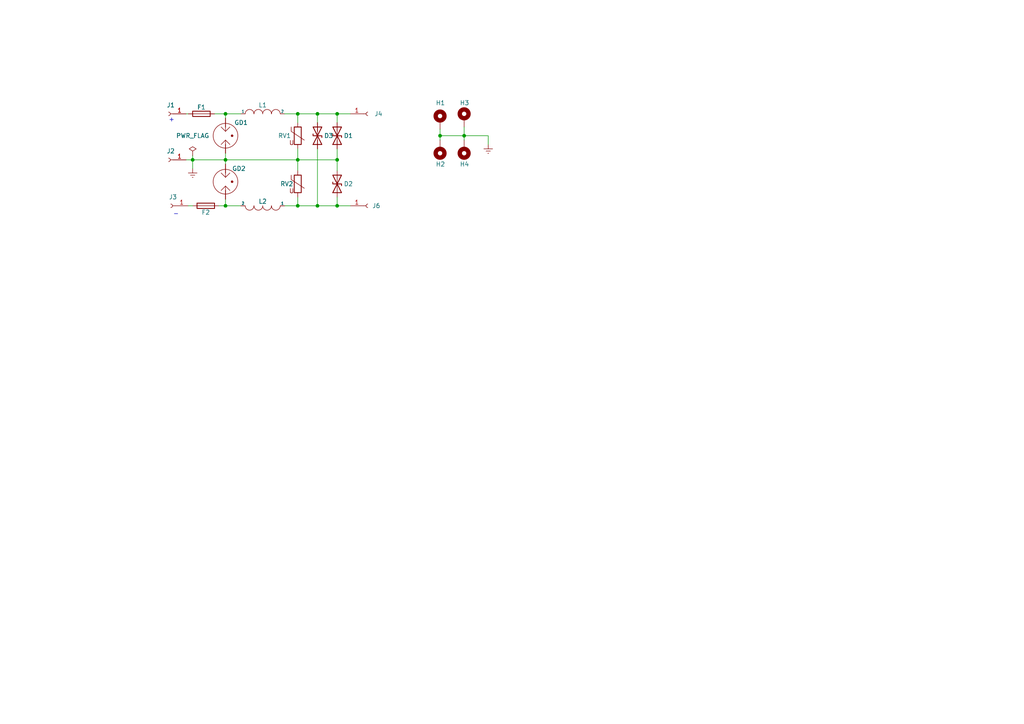
<source format=kicad_sch>
(kicad_sch (version 20211123) (generator eeschema)
  (paper "A4")
  (lib_symbols
    (symbol "Connector:Conn_01x01_Female" (pin_names (offset 1.016) hide)
      (property "Reference" "J" (at 0 2.54 0))
      (property "Value" "Conn_01x01_Female" (at 0 -2.54 0))
      (symbol "Conn_01x01_Female_1_1"
        (polyline (pts (xy -1.27 0) (xy -0.508 0)) (stroke (width 0.1524)))
        (arc (start 0 0.508) (mid -0.508 0) (end 0 -0.508) (stroke (width 0.1524)))
        (pin passive line (at -5.08 0 0) (length 3.81) (name "Pin_1") (number "1"))
      )
    )
    (symbol "Device:D_TVS" (pin_numbers hide) (pin_names (offset 1.016) hide)
      (property "Reference" "D" (at 0 2.54 0))
      (property "Value" "D_TVS" (at 0 -2.54 0))
      (symbol "D_TVS_0_1"
        (polyline (pts (xy 1.27 0) (xy -1.27 0)))
        (polyline (pts (xy 0.508 1.27) (xy 0 1.27) (xy 0 -1.27) (xy -0.508 -1.27)) (stroke (width 0.254)))
        (polyline (pts (xy -2.54 1.27) (xy -2.54 -1.27) (xy 2.54 1.27) (xy 2.54 -1.27) (xy -2.54 1.27)) (stroke (width 0.254)))
      )
      (symbol "D_TVS_1_1"
        (pin passive line (at -3.81 0 0) (length 2.54) (name "A1") (number "1"))
        (pin passive line (at 3.81 0 180) (length 2.54) (name "A2") (number "2"))
      )
    )
    (symbol "Device:Fuse" (pin_numbers hide) (pin_names (offset 0))
      (property "Reference" "F" (at 2.032 0 90))
      (property "Value" "Fuse" (at -1.905 0 90))
      (symbol "Fuse_0_1"
        (rectangle (start -0.762 -2.54) (end 0.762 2.54) (stroke (width 0.254)))
        (polyline (pts (xy 0 2.54) (xy 0 -2.54)))
      )
      (symbol "Fuse_1_1"
        (pin passive line (at 0 3.81 270) (length 1.27) (name "~") (number "1"))
        (pin passive line (at 0 -3.81 90) (length 1.27) (name "~") (number "2"))
      )
    )
    (symbol "Device:GDT_2Pin" (pin_numbers hide)
      (property "Reference" "GD" (at 5.08 0 90))
      (property "Value" "GDT_2Pin" (at 7.62 0 90))
      (symbol "GDT_2Pin_0_1"
        (polyline (pts (xy 0 -2.54) (xy 0 -1.27)))
        (polyline (pts (xy 0 -1.27) (xy -1.27 -2.54)))
        (polyline (pts (xy 0 -1.27) (xy 1.27 -2.54)))
        (polyline (pts (xy 0 1.27) (xy -1.27 2.54)))
        (polyline (pts (xy 0 1.27) (xy 1.27 2.54)))
        (polyline (pts (xy 0 2.54) (xy 0 1.27)))
        (circle (center 0 0) (radius 3.5814))
        (circle (center 1.905 0) (radius 0.127))
        (circle (center 1.905 0) (radius 0.127))
        (circle (center 1.905 0) (radius 0.2794))
        (circle (center 2.032 0) (radius 0.127))
      )
      (symbol "GDT_2Pin_1_1"
        (pin passive line (at 0 -5.08 90) (length 2.54) (name "~") (number "1"))
        (pin passive line (at 0 5.08 270) (length 2.54) (name "~") (number "3"))
      )
    )
    (symbol "Device:Varistor" (pin_numbers hide) (pin_names (offset 0))
      (property "Reference" "RV" (at 3.175 0 90))
      (property "Value" "Varistor" (at -3.175 0 90))
      (symbol "Varistor_0_0"
        (text "U" (at -1.778 -2.032 0) (effects (font (size 1.27 1.27))))
      )
      (symbol "Varistor_0_1"
        (rectangle (start -1.016 -2.54) (end 1.016 2.54) (stroke (width 0.254)))
        (polyline (pts (xy -1.905 2.54) (xy -1.905 1.27) (xy 1.905 -1.27)))
      )
      (symbol "Varistor_1_1"
        (pin passive line (at 0 3.81 270) (length 1.27) (name "~") (number "1"))
        (pin passive line (at 0 -3.81 90) (length 1.27) (name "~") (number "2"))
      )
    )
    (symbol "Mechanical:MountingHole_Pad" (pin_numbers hide) (pin_names (offset 1.016) hide)
      (property "Reference" "H" (at 0 6.35 0))
      (property "Value" "MountingHole_Pad" (at 0 4.445 0))
      (symbol "MountingHole_Pad_0_1"
        (circle (center 0 1.27) (radius 1.27) (stroke (width 1.27)))
      )
      (symbol "MountingHole_Pad_1_1"
        (pin input line (at 0 -2.54 90) (length 2.54) (name "1") (number "1"))
      )
    )
    (symbol "power:Earth" (power) (pin_names (offset 0))
      (symbol "Earth_0_1"
        (polyline (pts (xy -0.635 -1.905) (xy 0.635 -1.905)))
        (polyline (pts (xy -0.127 -2.54) (xy 0.127 -2.54)))
        (polyline (pts (xy 0 -1.27) (xy 0 0)))
        (polyline (pts (xy 1.27 -1.27) (xy -1.27 -1.27)))
      )
      (symbol "Earth_1_1"
        (pin power_in line (at 0 0 270) (length 0) hide (name "Earth") (number "1"))
      )
    )
    (symbol "power:PWR_FLAG" (power) (pin_numbers hide) (pin_names (offset 0) hide)
      (property "Value" "PWR_FLAG" (at 0 3.81 0))
      (symbol "PWR_FLAG_0_0"
        (pin power_out line (at 0 0 90) (length 0) (name "pwr") (number "1"))
      )
      (symbol "PWR_FLAG_0_1"
        (polyline (pts (xy 0 0) (xy 0 1.27) (xy -1.016 1.905) (xy 0 2.54) (xy 1.016 1.905) (xy 0 1.27)))
      )
    )
    (symbol "pspice:INDUCTOR" (pin_numbers hide) (pin_names (offset 0))
      (property "Reference" "L" (at 0 2.54 0))
      (property "Value" "INDUCTOR" (at 0 -1.27 0))
      (symbol "INDUCTOR_0_1"
        (arc (start -2.54 0) (mid -3.81 1.27) (end -5.08 0))
        (arc (start 0 0) (mid -1.27 1.27) (end -2.54 0))
        (arc (start 2.54 0) (mid 1.27 1.27) (end 0 0))
        (arc (start 5.08 0) (mid 3.81 1.27) (end 2.54 0))
      )
      (symbol "INDUCTOR_1_1"
        (pin input line (at -6.35 0 0) (length 1.27) (name "1") (number "1"))
        (pin input line (at 6.35 0 180) (length 1.27) (name "2") (number "2"))
      )
    )
  )
  (junction (at 97.79 59.69))
  (junction (at 97.79 46.355))
  (junction (at 65.405 46.355))
  (junction (at 65.405 59.69))
  (junction (at 134.62 39.37))
  (junction (at 97.79 33.02))
  (junction (at 92.075 59.69))
  (junction (at 127.635 39.37))
  (junction (at 86.36 33.02))
  (junction (at 55.88 46.355))
  (junction (at 92.075 33.02))
  (junction (at 86.36 59.69))
  (junction (at 65.405 33.02))
  (junction (at 86.36 46.355))
  (wire (pts (xy 53.975 33.02) (xy 54.61 33.02)))
  (wire (pts (xy 127.635 39.37) (xy 127.635 40.64)))
  (wire (pts (xy 65.405 59.69) (xy 69.85 59.69)))
  (wire (pts (xy 141.605 39.37) (xy 141.605 41.91)))
  (wire (pts (xy 86.36 46.355) (xy 97.79 46.355)))
  (wire (pts (xy 127.635 37.465) (xy 127.635 39.37)))
  (wire (pts (xy 86.36 33.02) (xy 86.36 35.56)))
  (wire (pts (xy 134.62 39.37) (xy 141.605 39.37)))
  (wire (pts (xy 55.88 46.355) (xy 55.88 48.895)))
  (wire (pts (xy 54.61 59.69) (xy 55.88 59.69)))
  (wire (pts (xy 86.36 59.69) (xy 92.075 59.69)))
  (wire (pts (xy 92.075 33.02) (xy 92.075 35.56)))
  (wire (pts (xy 65.405 33.02) (xy 65.405 34.29)))
  (wire (pts (xy 65.405 46.355) (xy 65.405 44.45)))
  (wire (pts (xy 86.36 59.69) (xy 86.36 57.15)))
  (wire (pts (xy 65.405 59.69) (xy 65.405 57.785)))
  (wire (pts (xy 65.405 46.355) (xy 86.36 46.355)))
  (wire (pts (xy 55.88 46.355) (xy 65.405 46.355)))
  (wire (pts (xy 82.55 59.69) (xy 86.36 59.69)))
  (wire (pts (xy 92.075 59.69) (xy 97.79 59.69)))
  (wire (pts (xy 53.975 46.355) (xy 55.88 46.355)))
  (wire (pts (xy 86.36 46.355) (xy 86.36 49.53)))
  (wire (pts (xy 65.405 33.02) (xy 69.85 33.02)))
  (wire (pts (xy 97.79 46.355) (xy 97.79 49.53)))
  (wire (pts (xy 82.55 33.02) (xy 86.36 33.02)))
  (wire (pts (xy 97.79 59.69) (xy 97.79 57.15)))
  (wire (pts (xy 134.62 36.83) (xy 134.62 39.37)))
  (wire (pts (xy 97.79 59.69) (xy 101.6 59.69)))
  (wire (pts (xy 65.405 46.355) (xy 65.405 47.625)))
  (wire (pts (xy 62.23 33.02) (xy 65.405 33.02)))
  (wire (pts (xy 97.79 33.02) (xy 97.79 35.56)))
  (wire (pts (xy 97.79 43.18) (xy 97.79 46.355)))
  (wire (pts (xy 63.5 59.69) (xy 65.405 59.69)))
  (wire (pts (xy 86.36 46.355) (xy 86.36 43.18)))
  (wire (pts (xy 97.79 33.02) (xy 101.6 33.02)))
  (wire (pts (xy 86.36 33.02) (xy 92.075 33.02)))
  (wire (pts (xy 92.075 43.18) (xy 92.075 59.69)))
  (wire (pts (xy 55.88 45.085) (xy 55.88 46.355)))
  (wire (pts (xy 134.62 39.37) (xy 134.62 40.64)))
  (wire (pts (xy 127.635 39.37) (xy 134.62 39.37)))
  (wire (pts (xy 92.075 33.02) (xy 97.79 33.02)))
  (text "+" (at 48.895 35.56 0) (effects (font (size 1.27 1.27)) (justify left bottom)))
  (text "-" (at 50.165 62.865 0) (effects (font (size 1.27 1.27)) (justify left bottom)))
  (symbol (lib_id "Device:Fuse") (at 58.42 33.02 90) (unit 1)
    (property "Reference" "F1" (at 58.42 31.115 90))
    (property "Value" "Fuse" (effects hide))
    (property "Footprint" "ACSPD:Fuse" (effects hide))
  )
  (symbol (lib_id "Mechanical:MountingHole_Pad") (at 134.62 43.18 180) (unit 1)
    (property "Reference" "H4" (at 133.35 47.625 0) (effects (justify right)))
    (property "Value" "MountingHole_Pad" (effects hide))
    (property "Footprint" "ACSPD:CCU_GND_PT" (effects hide))
  )
  (symbol (lib_id "Connector:Conn_01x01_Female") (at 106.68 59.69 0) (unit 1)
    (property "Reference" "J6" (at 107.95 59.6899 0) (effects (justify left)))
    (property "Value" "Conn_01x01_Female" (effects hide))
    (property "Footprint" "ACSPD:Out_conn" (effects hide))
  )
  (symbol (lib_id "power:PWR_FLAG") (at 55.88 45.085 0) (unit 1)
    (property "Reference" "#FLG0101" (effects hide))
    (property "Value" "PWR_FLAG" (at 55.88 39.37 0))
  )
  (symbol (lib_id "Device:D_TVS") (at 92.075 39.37 90) (unit 1)
    (property "Reference" "D3" (at 93.98 39.37 90) (effects (justify right)))
    (property "Value" "D_TVS" (effects hide))
    (property "Footprint" "P6KE36CA:DIOAD1936W88L640D324" (effects hide))
  )
  (symbol (lib_id "Connector:Conn_01x01_Female") (at 48.895 33.02 0) (mirror y) (unit 1)
    (property "Reference" "J1" (at 49.53 30.48 0))
    (property "Value" "Conn_01x01_Female" (effects hide))
    (property "Footprint" "ACSPD:quickfit_PCB" (effects hide))
  )
  (symbol (lib_id "Device:Varistor") (at 86.36 53.34 0) (unit 1)
    (property "Reference" "RV2" (at 81.28 53.34 0) (effects (justify left)))
    (property "Value" "Varistor" (effects hide))
    (property "Footprint" "V20E35P:VARRB750W100L2050T1200H2800" (effects hide))
  )
  (symbol (lib_id "Device:D_TVS") (at 97.79 53.34 90) (unit 1)
    (property "Reference" "D2" (at 99.695 53.34 90) (effects (justify right)))
    (property "Value" "D_TVS" (effects hide))
    (property "Footprint" "P6KE36CA:DIOAD1936W88L640D324" (effects hide))
  )
  (symbol (lib_id "Connector:Conn_01x01_Female") (at 48.895 46.355 0) (mirror y) (unit 1)
    (property "Reference" "J2" (at 49.53 43.815 0))
    (property "Value" "Conn_01x01_Female" (effects hide))
    (property "Footprint" "ACSPD:quickfit_PCB" (effects hide))
  )
  (symbol (lib_id "Device:Varistor") (at 86.36 39.37 0) (unit 1)
    (property "Reference" "RV1" (at 80.645 39.37 0) (effects (justify left)))
    (property "Value" "Varistor" (effects hide))
    (property "Footprint" "V20E35P:VARRB750W100L2050T1200H2800" (effects hide))
  )
  (symbol (lib_id "Connector:Conn_01x01_Female") (at 49.53 59.69 0) (mirror y) (unit 1)
    (property "Reference" "J3" (at 50.165 57.15 0))
    (property "Value" "Conn_01x01_Female" (effects hide))
    (property "Footprint" "ACSPD:quickfit_PCB" (effects hide))
  )
  (symbol (lib_id "pspice:INDUCTOR") (at 76.2 59.69 180) (unit 1)
    (property "Reference" "L2" (at 76.2 58.42 0))
    (property "Value" "INDUCTOR" (effects hide))
    (property "Footprint" "ACSPD:EE-25-SS-1" (effects hide))
  )
  (symbol (lib_id "Mechanical:MountingHole_Pad") (at 127.635 34.925 0) (unit 1)
    (property "Reference" "H1" (at 126.365 29.845 0) (effects (justify left)))
    (property "Value" "MountingHole_Pad" (effects hide))
    (property "Footprint" "ACSPD:CCU_GND_PT" (effects hide))
  )
  (symbol (lib_id "Device:GDT_2Pin") (at 65.405 39.37 0) (unit 1)
    (property "Reference" "GD1" (at 67.945 35.56 0) (effects (justify left)))
    (property "Value" "GDT_2Pin" (effects hide))
    (property "Footprint" "ACSPD:GD Tube" (effects hide))
  )
  (symbol (lib_id "power:Earth") (at 55.88 48.895 0) (unit 1)
    (property "Reference" "#PWR0101" (effects hide))
    (property "Value" "Earth" (effects hide))
  )
  (symbol (lib_id "Device:GDT_2Pin") (at 65.405 52.705 0) (unit 1)
    (property "Reference" "GD2" (at 67.31 48.895 0) (effects (justify left)))
    (property "Value" "GDT_2Pin" (effects hide))
    (property "Footprint" "ACSPD:GD Tube" (effects hide))
  )
  (symbol (lib_id "Connector:Conn_01x01_Female") (at 106.68 33.02 0) (unit 1)
    (property "Reference" "J4" (at 108.585 33.0199 0) (effects (justify left)))
    (property "Value" "Conn_01x01_Female" (effects hide))
    (property "Footprint" "ACSPD:Out_conn" (effects hide))
  )
  (symbol (lib_id "power:Earth") (at 141.605 41.91 0) (unit 1)
    (property "Reference" "#PWR01" (effects hide))
    (property "Value" "Earth" (effects hide))
  )
  (symbol (lib_id "Device:D_TVS") (at 97.79 39.37 90) (unit 1)
    (property "Reference" "D1" (at 99.695 39.37 90) (effects (justify right)))
    (property "Value" "D_TVS" (effects hide))
    (property "Footprint" "P6KE36CA:DIOAD1936W88L640D324" (effects hide))
  )
  (symbol (lib_id "pspice:INDUCTOR") (at 76.2 33.02 0) (unit 1)
    (property "Reference" "L1" (at 76.2 30.48 0))
    (property "Value" "INDUCTOR" (effects hide))
    (property "Footprint" "ACSPD:EE-25-SS-1" (effects hide))
  )
  (symbol (lib_id "Mechanical:MountingHole_Pad") (at 127.635 43.18 180) (unit 1)
    (property "Reference" "H2" (at 126.365 47.625 0) (effects (justify right)))
    (property "Value" "MountingHole_Pad" (effects hide))
    (property "Footprint" "ACSPD:CCU_GND_PT" (effects hide))
  )
  (symbol (lib_id "Device:Fuse") (at 59.69 59.69 90) (unit 1)
    (property "Reference" "F2" (at 59.69 61.595 90))
    (property "Value" "Fuse" (effects hide))
    (property "Footprint" "ACSPD:Fuse" (effects hide))
  )
  (symbol (lib_id "Mechanical:MountingHole_Pad") (at 134.62 34.29 0) (unit 1)
    (property "Reference" "H3" (at 133.35 29.845 0) (effects (justify left)))
    (property "Value" "MountingHole_Pad" (effects hide))
    (property "Footprint" "ACSPD:CCU_GND_PT" (effects hide))
  )
)
</source>
